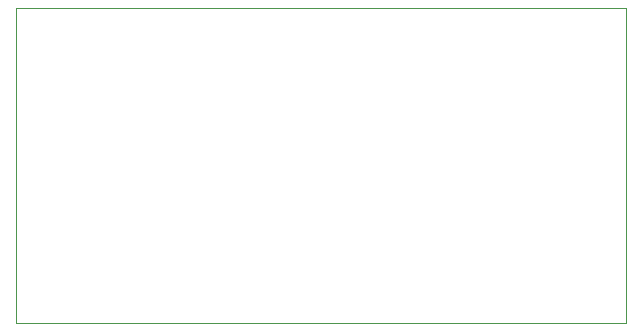
<source format=gm1>
%TF.GenerationSoftware,KiCad,Pcbnew,6.0.0+dfsg1-2*%
%TF.CreationDate,2022-01-11T21:45:25+02:00*%
%TF.ProjectId,gota-de-limon,676f7461-2d64-4652-9d6c-696d6f6e2e6b,rev?*%
%TF.SameCoordinates,Original*%
%TF.FileFunction,Profile,NP*%
%FSLAX46Y46*%
G04 Gerber Fmt 4.6, Leading zero omitted, Abs format (unit mm)*
G04 Created by KiCad (PCBNEW 6.0.0+dfsg1-2) date 2022-01-11 21:45:25*
%MOMM*%
%LPD*%
G01*
G04 APERTURE LIST*
%TA.AperFunction,Profile*%
%ADD10C,0.050000*%
%TD*%
G04 APERTURE END LIST*
D10*
X37300000Y-44900000D02*
X89000000Y-44900000D01*
X89000000Y-44900000D02*
X89000000Y-71520000D01*
X89000000Y-71520000D02*
X37300000Y-71520000D01*
X37300000Y-71520000D02*
X37300000Y-44900000D01*
M02*

</source>
